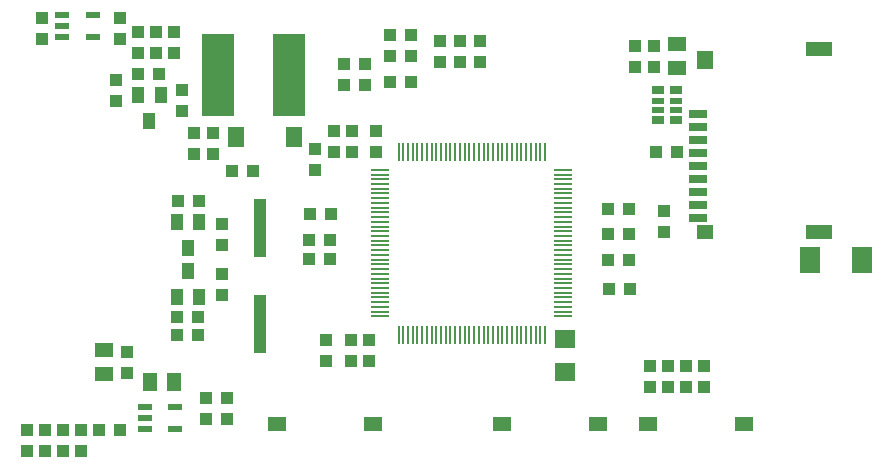
<source format=gbr>
G75*
G70*
%OFA0B0*%
%FSLAX24Y24*%
%IPPOS*%
%LPD*%
%AMOC8*
5,1,8,0,0,1.08239X$1,22.5*
%
%ADD10R,0.0079X0.0591*%
%ADD11R,0.0591X0.0079*%
%ADD12R,0.0400X0.0400*%
%ADD13R,0.0709X0.0630*%
%ADD14R,0.0394X0.1969*%
%ADD15R,0.0394X0.0551*%
%ADD16R,0.0600X0.0500*%
%ADD17R,0.0400X0.0300*%
%ADD18R,0.0400X0.0200*%
%ADD19R,0.1102X0.2756*%
%ADD20R,0.0571X0.0709*%
%ADD21R,0.0472X0.0217*%
%ADD22R,0.0500X0.0600*%
%ADD23R,0.0700X0.0900*%
%ADD24R,0.0630X0.0276*%
%ADD25R,0.0551X0.0472*%
%ADD26R,0.0551X0.0630*%
%ADD27R,0.0866X0.0472*%
D10*
X016246Y007222D03*
X016404Y007222D03*
X016561Y007222D03*
X016719Y007222D03*
X016876Y007222D03*
X017034Y007222D03*
X017191Y007222D03*
X017349Y007222D03*
X017506Y007222D03*
X017664Y007222D03*
X017821Y007222D03*
X017979Y007222D03*
X018136Y007222D03*
X018294Y007222D03*
X018451Y007222D03*
X018609Y007222D03*
X018766Y007222D03*
X018923Y007222D03*
X019081Y007222D03*
X019238Y007222D03*
X019396Y007222D03*
X019553Y007222D03*
X019711Y007222D03*
X019868Y007222D03*
X020026Y007222D03*
X020183Y007222D03*
X020341Y007222D03*
X020498Y007222D03*
X020656Y007222D03*
X020813Y007222D03*
X020971Y007222D03*
X021128Y007222D03*
X021128Y013325D03*
X020971Y013325D03*
X020813Y013325D03*
X020656Y013325D03*
X020498Y013325D03*
X020341Y013325D03*
X020183Y013325D03*
X020026Y013325D03*
X019868Y013325D03*
X019711Y013325D03*
X019553Y013325D03*
X019396Y013325D03*
X019238Y013325D03*
X019081Y013325D03*
X018923Y013325D03*
X018766Y013325D03*
X018609Y013325D03*
X018451Y013325D03*
X018294Y013325D03*
X018136Y013325D03*
X017979Y013325D03*
X017821Y013325D03*
X017664Y013325D03*
X017506Y013325D03*
X017349Y013325D03*
X017191Y013325D03*
X017034Y013325D03*
X016876Y013325D03*
X016719Y013325D03*
X016561Y013325D03*
X016404Y013325D03*
X016246Y013325D03*
D11*
X015636Y012714D03*
X015636Y012557D03*
X015636Y012399D03*
X015636Y012242D03*
X015636Y012084D03*
X015636Y011927D03*
X015636Y011769D03*
X015636Y011612D03*
X015636Y011454D03*
X015636Y011297D03*
X015636Y011140D03*
X015636Y010982D03*
X015636Y010825D03*
X015636Y010667D03*
X015636Y010510D03*
X015636Y010352D03*
X015636Y010195D03*
X015636Y010037D03*
X015636Y009880D03*
X015636Y009722D03*
X015636Y009565D03*
X015636Y009407D03*
X015636Y009250D03*
X015636Y009092D03*
X015636Y008935D03*
X015636Y008777D03*
X015636Y008620D03*
X015636Y008462D03*
X015636Y008305D03*
X015636Y008147D03*
X015636Y007990D03*
X015636Y007832D03*
X021738Y007832D03*
X021738Y007990D03*
X021738Y008147D03*
X021738Y008305D03*
X021738Y008462D03*
X021738Y008620D03*
X021738Y008777D03*
X021738Y008935D03*
X021738Y009092D03*
X021738Y009250D03*
X021738Y009407D03*
X021738Y009565D03*
X021738Y009722D03*
X021738Y009880D03*
X021738Y010037D03*
X021738Y010195D03*
X021738Y010352D03*
X021738Y010510D03*
X021738Y010667D03*
X021738Y010825D03*
X021738Y010982D03*
X021738Y011140D03*
X021738Y011297D03*
X021738Y011454D03*
X021738Y011612D03*
X021738Y011769D03*
X021738Y011927D03*
X021738Y012084D03*
X021738Y012242D03*
X021738Y012399D03*
X021738Y012557D03*
X021738Y012714D03*
D12*
X003872Y003348D03*
X004472Y003348D03*
X005072Y003348D03*
X005672Y003348D03*
X005672Y004048D03*
X006272Y004048D03*
X006972Y004048D03*
X005072Y004048D03*
X004472Y004048D03*
X003872Y004048D03*
X007191Y005947D03*
X007191Y006647D03*
X008874Y007195D03*
X009574Y007195D03*
X009574Y007795D03*
X008874Y007795D03*
X010374Y008556D03*
X010374Y009256D03*
X010374Y010206D03*
X010374Y010906D03*
X009588Y011691D03*
X008888Y011691D03*
X010699Y012675D03*
X011399Y012675D03*
X010065Y013230D03*
X009435Y013230D03*
X009435Y013930D03*
X010065Y013930D03*
X009042Y014687D03*
X009042Y015387D03*
X008250Y015903D03*
X007550Y015903D03*
X006837Y015702D03*
X006837Y015002D03*
X007555Y016616D03*
X008156Y016616D03*
X008756Y016616D03*
X008756Y017316D03*
X008156Y017316D03*
X007555Y017316D03*
X006955Y017089D03*
X006955Y017789D03*
X004357Y017789D03*
X004357Y017089D03*
X013451Y013419D03*
X014081Y013309D03*
X014711Y013309D03*
X015498Y013309D03*
X015498Y014009D03*
X014711Y014009D03*
X014081Y014009D03*
X013451Y012719D03*
X013298Y011258D03*
X013998Y011258D03*
X013959Y010382D03*
X013259Y010382D03*
X013259Y009732D03*
X013959Y009732D03*
X013845Y007041D03*
X014652Y007041D03*
X015262Y007041D03*
X015262Y006341D03*
X014652Y006341D03*
X013845Y006341D03*
X010538Y005112D03*
X009829Y005112D03*
X009829Y004412D03*
X010538Y004412D03*
X023259Y008738D03*
X023959Y008738D03*
X023919Y009722D03*
X023219Y009722D03*
X023219Y010588D03*
X023919Y010588D03*
X025105Y010632D03*
X025105Y011332D03*
X023919Y011415D03*
X023219Y011415D03*
X024833Y013305D03*
X025533Y013305D03*
X024770Y016144D03*
X024120Y016144D03*
X024120Y016844D03*
X024770Y016844D03*
X018963Y017001D03*
X018294Y017001D03*
X017624Y017001D03*
X016675Y017222D03*
X015975Y017222D03*
X015975Y016523D03*
X016675Y016523D03*
X017624Y016301D03*
X018294Y016301D03*
X018963Y016301D03*
X016675Y015647D03*
X015975Y015647D03*
X015134Y015553D03*
X014435Y015553D03*
X014435Y016253D03*
X015134Y016253D03*
X024632Y006175D03*
X025233Y006175D03*
X025833Y006175D03*
X026433Y006175D03*
X026433Y005475D03*
X025833Y005475D03*
X025233Y005475D03*
X024632Y005475D03*
D13*
X021797Y005982D03*
X021797Y007084D03*
D14*
X011634Y007588D03*
X011634Y010788D03*
D15*
X009598Y010989D03*
X008850Y010989D03*
X009224Y010123D03*
X009224Y009339D03*
X008850Y008473D03*
X009598Y008473D03*
X007939Y014329D03*
X007565Y015195D03*
X008313Y015195D03*
D16*
X006443Y006697D03*
X006443Y005897D03*
X012182Y004256D03*
X015382Y004256D03*
X019682Y004256D03*
X022882Y004256D03*
X024564Y004256D03*
X027764Y004256D03*
X025538Y016094D03*
X025538Y016894D03*
D17*
X025509Y015376D03*
X024909Y015376D03*
X024909Y014376D03*
X025509Y014376D03*
D18*
X025509Y014726D03*
X025509Y015026D03*
X024909Y015026D03*
X024909Y014726D03*
D19*
X012585Y015864D03*
X010223Y015864D03*
D20*
X010835Y013817D03*
X012760Y013817D03*
D21*
X006049Y017143D03*
X005026Y017143D03*
X005026Y017517D03*
X005026Y017891D03*
X006049Y017891D03*
X007782Y004821D03*
X007782Y004447D03*
X007782Y004073D03*
X008805Y004073D03*
X008805Y004821D03*
D22*
X008772Y005628D03*
X007972Y005628D03*
D23*
X029975Y009706D03*
X031689Y009706D03*
D24*
X026233Y011101D03*
X026233Y011534D03*
X026233Y011967D03*
X026233Y012400D03*
X026233Y012833D03*
X026233Y013266D03*
X026233Y013699D03*
X026233Y014132D03*
X026233Y014566D03*
D25*
X026479Y010629D03*
D26*
X026479Y016377D03*
D27*
X030258Y016731D03*
X030258Y010629D03*
M02*

</source>
